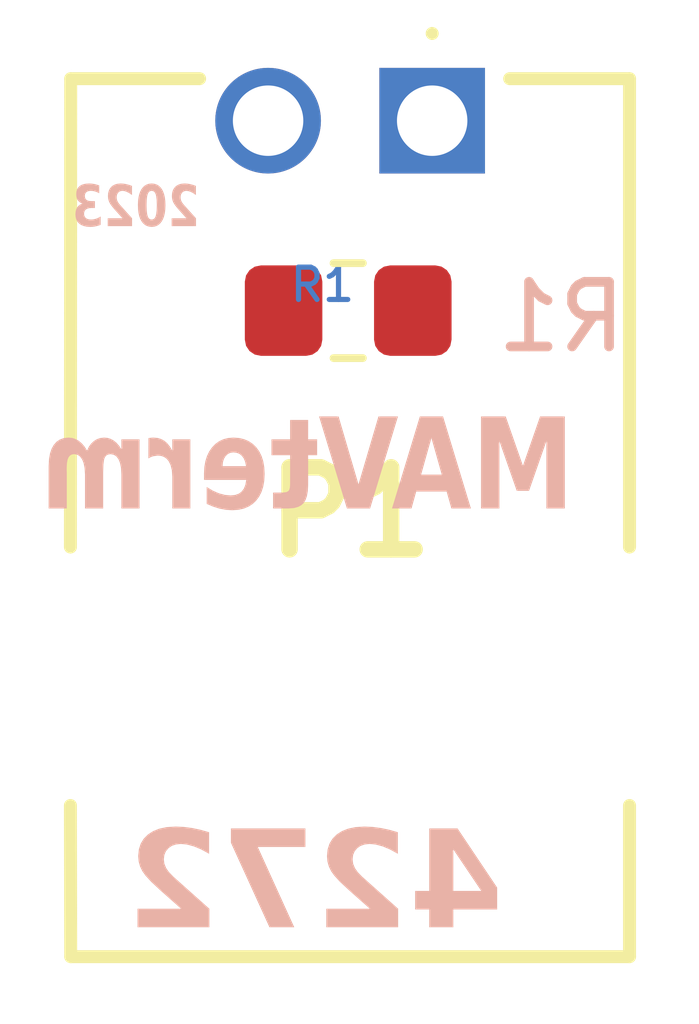
<source format=kicad_pcb>
(kicad_pcb (version 20221018) (generator pcbnew)
  (title_block (title "MAVterm - CAN Terminator") (date "2023-03-06") (rev "1") (company "4272 Maverick Robotics"))
  (layers (0 "F.Cu" signal) (31 "B.Cu" signal) (34 "B.Paste" user) (35 "F.Paste" user) (36 "B.SilkS" user "B.Silkscreen") (37 "F.SilkS" user "F.Silkscreen") (38 "B.Mask" user) (39 "F.Mask" user) (44 "Edge.Cuts" user))
  (net 0 "")
  (net 1 "/CAN_H")
  (net 2 "/CAN_L")
  (footprint "Resistor_SMD:R_0805_2012Metric_Pad1.20x1.40mm_HandSolder" (layer "F.Cu") (at 98.27 64.079)
    (fp_text reference "R1" (at 3.3 0.1) (layer "B.SilkS") (effects (justify mirror)))
    (fp_text value "120" hide)
    (fp_text user "${REFERENCE}" (at -0.4 -0.4) (layer "B.Cu") (effects (font (size 0.5 0.5) (thickness 0.08))))
    (fp_line (start -0.227064 -0.735) (end 0.227064 -0.735) (stroke (width 0.12)) (layer "F.SilkS"))
    (fp_line (start -0.227064 0.735) (end 0.227064 0.735) (stroke (width 0.12)) (layer "F.SilkS"))
    (pad "1" smd roundrect (at -1 0) (size 1.2 1.4) (layers "F.Cu" "F.Paste" "F.Mask") (roundrect_rratio 0.2083333333) (net 2 "/CAN_L"))
    (pad "2" smd roundrect (at 1 0) (size 1.2 1.4) (layers "F.Cu" "F.Paste" "F.Mask") (roundrect_rratio 0.2083333333) (net 1 "/CAN_H"))
  )
  (footprint "Library Loader:705550036" (layer "F.Cu") (at 99.57 61.139)
    (fp_text reference "P1" (at -1.27 6.061) (layer "F.SilkS") (effects (font (size 1.27 1.27) (thickness 0.254))))
    (fp_text value "70555-0036" hide)
    (fp_line (start -5.6 6.6) (end -5.595 -0.65) (stroke (width 0.2)) (layer "F.SilkS"))
    (fp_line (start -5.595 -0.65) (end -3.6 -0.65) (stroke (width 0.2)) (layer "F.SilkS"))
    (fp_line (start -5.595 12.94) (end -5.6 10.6) (stroke (width 0.2)) (layer "F.SilkS"))
    (fp_line (start 0 -1.4) (end 0 -1.4) (stroke (width 0.1)) (layer "F.SilkS"))
    (fp_line (start 0 -1.3) (end 0 -1.3) (stroke (width 0.1)) (layer "F.SilkS"))
    (fp_line (start 1.2 -0.65) (end 3.055 -0.65) (stroke (width 0.2)) (layer "F.SilkS"))
    (fp_line (start 3.055 -0.65) (end 3.055 6.6) (stroke (width 0.2)) (layer "F.SilkS"))
    (fp_line (start 3.055 10.6) (end 3.055 12.94) (stroke (width 0.2)) (layer "F.SilkS"))
    (fp_line (start 3.055 12.94) (end -5.595 12.94) (stroke (width 0.2)) (layer "F.SilkS"))
    (fp_arc (start 0 -1.4) (mid 0.05 -1.35) (end 0 -1.3) (stroke (width 0.1)) (layer "F.SilkS"))
    (fp_arc (start 0 -1.3) (mid -0.05 -1.35) (end 0 -1.4) (stroke (width 0.1)) (layer "F.SilkS"))
    (pad "" np_thru_hole circle (at -3.94 8.64) (size 3.4 3.4) (drill 3.4) (layers "*.Cu" "*.Mask"))
    (pad "" np_thru_hole circle (at 1.4 8.64) (size 3.4 3.4) (drill 3.4) (layers "*.Cu" "*.Mask"))
    (pad "1" thru_hole rect (at 0 0) (size 1.635 1.635) (drill 1.09) (layers "*.Cu" "*.Mask") (net 1 "/CAN_H"))
    (pad "2" thru_hole circle (at -2.54 0) (size 1.635 1.635) (drill 1.09) (layers "*.Cu" "*.Mask") (net 2 "/CAN_L"))
  )
  (gr_text "2023" (at 95.97 62.879) (layer "B.SilkS") (effects (font (size 0.635 0.508) (thickness 0.127) bold) (justify left bottom mirror)))
  (gr_text "MAVterm" (at 101.77 67.379) (layer "B.SilkS") (effects (font (size 1.397 1.143) (thickness 0.28575) bold) (justify left bottom mirror)))
  (gr_text "4272" (at 100.67 73.879) (layer "B.SilkS") (effects (font (size 1.5 1.5) (thickness 0.3) bold) (justify left bottom mirror)))
)
</source>
